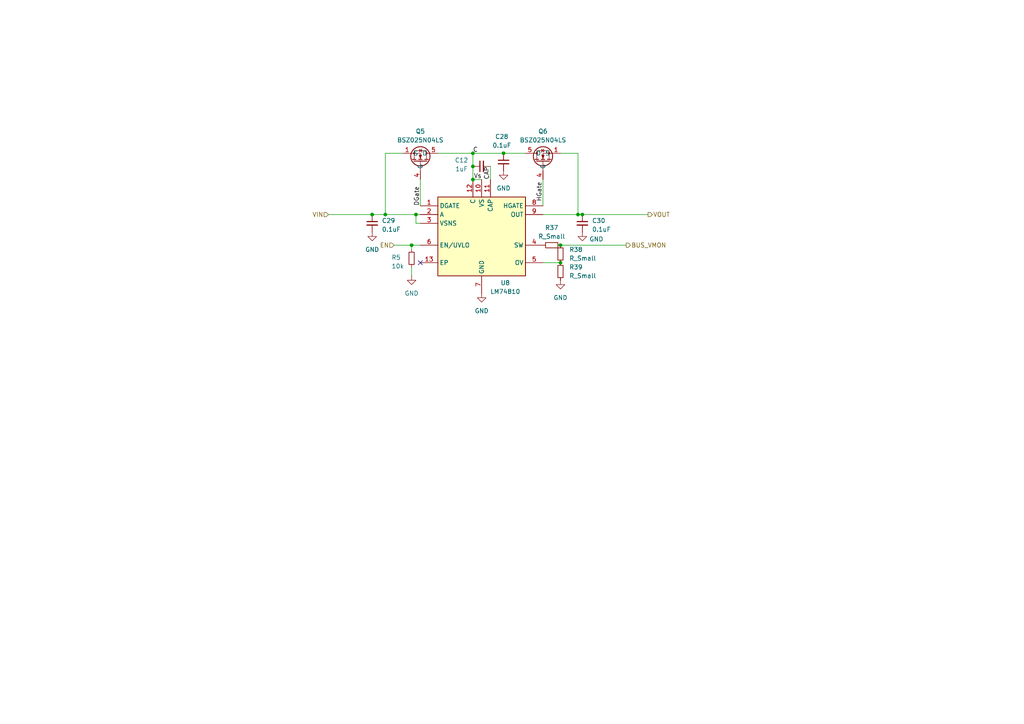
<source format=kicad_sch>
(kicad_sch (version 20231120) (generator "eeschema") (generator_version "8.0")
  (paper "A4")
  (lib_symbols
    (symbol "Device:C_Small" (pin_numbers hide) (pin_names (offset 0.254) hide)
      (property "Reference" "C" (at 0.254 1.778 0))
      (property "Value" "C_Small" (at 0.254 -2.032 0))
      (symbol "C_Small_0_1"
        (polyline (pts (xy -1.524 -0.508) (xy 1.524 -0.508)) (stroke (width 0.3302)))
        (polyline (pts (xy -1.524 0.508) (xy 1.524 0.508)) (stroke (width 0.3048)))
      )
      (symbol "C_Small_1_1"
        (pin passive line (at 0 2.54 270) (length 2.032) (name "~") (number "1"))
        (pin passive line (at 0 -2.54 90) (length 2.032) (name "~") (number "2"))
      )
    )
    (symbol "Device:R_Small" (pin_numbers hide) (pin_names (offset 0.254) hide)
      (property "Reference" "R" (at 0.762 0.508 0))
      (property "Value" "R_Small" (at 0.762 -1.016 0))
      (symbol "R_Small_0_1"
        (rectangle (start -0.762 1.778) (end 0.762 -1.778) (stroke (width 0.2032)))
      )
      (symbol "R_Small_1_1"
        (pin passive line (at 0 2.54 270) (length 0.762) (name "~") (number "1"))
        (pin passive line (at 0 -2.54 90) (length 0.762) (name "~") (number "2"))
      )
    )
    (symbol "iclr:BSZ025N04LS"
      (property "Reference" "Q" (at -0.762 15.748 0))
      (property "Value" "BSZ025N04LS" (at -6.604 13.208 0))
      (symbol "BSZ025N04LS_0_1"
        (polyline (pts (xy -1.016 0) (xy -3.81 0)))
        (polyline (pts (xy -1.016 1.905) (xy -1.016 -1.905)) (stroke (width 0.254)))
        (polyline (pts (xy -0.508 -1.27) (xy -0.508 -2.286)) (stroke (width 0.254)))
        (polyline (pts (xy -0.508 0.508) (xy -0.508 -0.508)) (stroke (width 0.254)))
        (polyline (pts (xy -0.508 2.286) (xy -0.508 1.27)) (stroke (width 0.254)))
        (polyline (pts (xy 1.27 2.54) (xy 1.27 1.778)))
        (polyline (pts (xy 1.27 -2.54) (xy 1.27 0) (xy -0.508 0)))
        (polyline (pts (xy -0.508 -1.778) (xy 2.032 -1.778) (xy 2.032 1.778) (xy -0.508 1.778)))
        (polyline (pts (xy -0.254 0) (xy 0.762 0.381) (xy 0.762 -0.381) (xy -0.254 0)) (fill (type outline)))
        (polyline (pts (xy 1.524 0.508) (xy 1.651 0.381) (xy 2.413 0.381) (xy 2.54 0.254)))
        (polyline (pts (xy 2.032 0.381) (xy 1.651 -0.254) (xy 2.413 -0.254) (xy 2.032 0.381)))
        (circle (center 0.381 0) (radius 2.794) (stroke (width 0.254)))
        (circle (center 1.27 -1.778) (radius 0.254) (fill (type outline)))
        (circle (center 1.27 1.778) (radius 0.254) (fill (type outline)))
      )
      (symbol "BSZ025N04LS_1_1"
        (pin passive line (at 1.27 -5.08 90) (length 2.54) (name "S") (number "1"))
        (pin passive line (at 1.27 -5.08 90) (length 2.54) hide (name "S") (number "2"))
        (pin passive line (at 1.27 -5.08 90) (length 2.54) hide (name "S") (number "3"))
        (pin input line (at -6.35 0 0) (length 2.54) (name "G") (number "4"))
        (pin passive line (at 1.27 5.08 270) (length 2.54) (name "D") (number "5"))
        (pin passive line (at 1.27 5.08 270) (length 2.54) hide (name "D") (number "6"))
        (pin passive line (at 1.27 5.08 270) (length 2.54) hide (name "D") (number "7"))
        (pin passive line (at 1.27 5.08 270) (length 2.54) hide (name "D") (number "8"))
        (pin passive line (at 1.27 -5.08 90) (length 2.54) hide (name "S") (number "A1"))
        (pin passive line (at 1.27 5.08 270) (length 2.54) hide (name "D") (number "A5"))
      )
    )
    (symbol "iclr:LM74810QDRRRQ1"
      (property "Reference" "U" (at 18.796 -21.082 0))
      (property "Value" "LM74810" (at 18.796 -23.622 0))
      (symbol "LM74810QDRRRQ1_1_1"
        (rectangle (start 5.08 2.54) (end 30.48 -20.32) (stroke (width 0.254)) (fill (type background)))
        (pin passive line (at 0 0 0) (length 5.08) (name "DGATE") (number "1"))
        (pin passive line (at 17.78 7.62 270) (length 5.08) (name "VS") (number "10"))
        (pin passive line (at 20.32 7.62 270) (length 5.08) (name "CAP") (number "11"))
        (pin passive line (at 15.24 7.62 270) (length 5.08) (name "C") (number "12"))
        (pin passive line (at 0 -16.51 0) (length 5.08) (name "EP") (number "13"))
        (pin passive line (at 0 -2.54 0) (length 5.08) (name "A") (number "2"))
        (pin passive line (at 0 -5.08 0) (length 5.08) (name "VSNS") (number "3"))
        (pin passive line (at 35.56 -11.43 180) (length 5.08) (name "SW") (number "4"))
        (pin passive line (at 35.56 -16.51 180) (length 5.08) (name "OV") (number "5"))
        (pin passive line (at 0 -11.43 0) (length 5.08) (name "EN/UVLO") (number "6"))
        (pin passive line (at 17.78 -25.4 90) (length 5.08) (name "GND") (number "7"))
        (pin passive line (at 35.56 0 180) (length 5.08) (name "HGATE") (number "8"))
        (pin passive line (at 35.56 -2.54 180) (length 5.08) (name "OUT") (number "9"))
      )
    )
    (symbol "power:GND" (power) (pin_numbers hide) (pin_names (offset 0) hide)
      (property "Value" "GND" (at 0 -3.81 0))
      (symbol "GND_0_1"
        (polyline (pts (xy 0 0) (xy 0 -1.27) (xy 1.27 -1.27) (xy 0 -2.54) (xy -1.27 -1.27) (xy 0 -1.27)))
      )
      (symbol "GND_1_1"
        (pin power_in line (at 0 0 270) (length 0) (name "~") (number "1"))
      )
    )
  )
  (junction (at 119.38 71.12))
  (junction (at 137.16 52.07))
  (junction (at 107.95 62.23))
  (junction (at 146.05 44.45))
  (junction (at 137.16 44.45))
  (junction (at 162.56 71.12))
  (junction (at 162.56 76.2))
  (junction (at 137.16 48.26))
  (junction (at 120.65 62.23))
  (junction (at 168.91 62.23))
  (junction (at 111.76 62.23))
  (junction (at 167.64 62.23))
  (no_connect (at 121.92 76.2))
  (wire (pts (xy 137.16 44.45) (xy 137.16 48.26)))
  (wire (pts (xy 127 44.45) (xy 137.16 44.45)))
  (wire (pts (xy 157.48 76.2) (xy 162.56 76.2)))
  (wire (pts (xy 146.05 44.45) (xy 152.4 44.45)))
  (wire (pts (xy 137.16 44.45) (xy 146.05 44.45)))
  (wire (pts (xy 119.38 71.12) (xy 114.3 71.12)))
  (wire (pts (xy 168.91 62.23) (xy 167.64 62.23)))
  (wire (pts (xy 111.76 44.45) (xy 111.76 62.23)))
  (wire (pts (xy 142.24 48.26) (xy 142.24 52.07)))
  (wire (pts (xy 111.76 62.23) (xy 120.65 62.23)))
  (wire (pts (xy 157.48 52.07) (xy 157.48 59.69)))
  (wire (pts (xy 137.16 52.07) (xy 139.7 52.07)))
  (wire (pts (xy 121.92 64.77) (xy 120.65 64.77)))
  (wire (pts (xy 167.64 44.45) (xy 162.56 44.45)))
  (wire (pts (xy 120.65 62.23) (xy 120.65 64.77)))
  (wire (pts (xy 120.65 62.23) (xy 121.92 62.23)))
  (wire (pts (xy 119.38 71.12) (xy 121.92 71.12)))
  (wire (pts (xy 119.38 72.39) (xy 119.38 71.12)))
  (wire (pts (xy 157.48 62.23) (xy 167.64 62.23)))
  (wire (pts (xy 119.38 80.01) (xy 119.38 77.47)))
  (wire (pts (xy 187.96 62.23) (xy 168.91 62.23)))
  (wire (pts (xy 107.95 62.23) (xy 111.76 62.23)))
  (wire (pts (xy 181.61 71.12) (xy 162.56 71.12)))
  (wire (pts (xy 95.25 62.23) (xy 107.95 62.23)))
  (wire (pts (xy 121.92 52.07) (xy 121.92 59.69)))
  (wire (pts (xy 167.64 44.45) (xy 167.64 62.23)))
  (wire (pts (xy 137.16 48.26) (xy 137.16 52.07)))
  (wire (pts (xy 116.84 44.45) (xy 111.76 44.45)))
  (label "HGate" (at 157.48 58.42 90))
  (label "Vs" (at 139.7 52.07 180))
  (label "C" (at 137.16 44.45 0))
  (label "CAP" (at 142.24 48.26 270))
  (label "DGate" (at 121.92 59.69 90))
  (hierarchical_label "VIN" (shape input) (at 95.25 62.23 180))
  (hierarchical_label "VOUT" (shape output) (at 187.96 62.23 0))
  (hierarchical_label "EN" (shape input) (at 114.3 71.12 180))
  (hierarchical_label "BUS_VMON" (shape output) (at 181.61 71.12 0))
  (symbol (lib_id "Device:C_Small") (at 107.95 64.77 0) (unit 1)
    (property "Reference" "C29" (at 110.744 64.008 0) (effects (justify left)))
    (property "Value" "0.1uF" (at 110.744 66.548 0) (effects (justify left)))
    (property "Footprint" "Capacitor_SMD:C_0402_1005Metric" (effects (hide yes)))
    (property "Description" "Unpolarized capacitor, small symbol" (effects (hide yes)))
  )
  (symbol (lib_id "power:GND") (at 162.56 81.28 0) (unit 1)
    (property "Reference" "#PWR072" (effects (hide yes)))
    (property "Value" "GND" (at 162.56 86.36 0))
    (property "Description" "Power symbol creates a global label with name \"GND\" , ground" (effects (hide yes)))
  )
  (symbol (lib_id "power:GND") (at 107.95 67.31 0) (unit 1)
    (property "Reference" "#PWR070" (effects (hide yes)))
    (property "Value" "GND" (at 107.95 72.39 0))
    (property "Description" "Power symbol creates a global label with name \"GND\" , ground" (effects (hide yes)))
  )
  (symbol (lib_id "Device:C_Small") (at 139.7 48.26 90) (unit 1)
    (property "Reference" "C12" (at 133.858 46.482 90))
    (property "Value" "1uF" (at 133.858 49.022 90))
    (property "Footprint" "Capacitor_SMD:C_0402_1005Metric" (effects (hide yes)))
    (property "Description" "Unpolarized capacitor, small symbol" (effects (hide yes)))
    (property "Voltage Rating DC" "50V" (effects (hide yes)))
    (property "MPN" "GRT188R61H225KE13D" (effects (hide yes)))
  )
  (symbol (lib_id "Device:C_Small") (at 146.05 46.99 0) (unit 1)
    (property "Reference" "C28" (at 145.542 39.624 0))
    (property "Value" "0.1uF" (at 145.542 42.164 0))
    (property "Footprint" "Capacitor_SMD:C_0603_1608Metric" (effects (hide yes)))
    (property "Description" "Unpolarized capacitor, small symbol" (effects (hide yes)))
  )
  (symbol (lib_id "iclr:BSZ025N04LS") (at 157.48 45.72 90) (unit 1)
    (property "Reference" "Q6" (at 157.48 38.1 90))
    (property "Value" "BSZ025N04LS" (at 157.48 40.64 90))
    (property "Footprint" "iclr:BSZ025N04LS" (effects (hide yes)))
    (property "Datasheet" "http://www.infineon.com/dgdl/DS_BSZ025N04LS_2_1.pdf?fileId=5546d46146d18cb40147204a34530283" (effects (hide yes)))
    (property "Description" "MOSFET MV POWER MOS MOSFET OptiMOS Power-MOSFET,40V" (effects (hide yes)))
    (property "Height" "1.1" (effects (hide yes)))
    (property "Manufacturer_Name" "Infineon" (effects (hide yes)))
    (property "Manufacturer_Part_Number" "BSZ025N04LS" (effects (hide yes)))
    (property "Mouser Part Number" "726-BSZ025N04LS" (effects (hide yes)))
    (property "Mouser Price/Stock" "https://www.mouser.co.uk/ProductDetail/Infineon-Technologies/BSZ025N04LS?qs=glduVv6OWv6ppMJu86R39g%3D%3D" (effects (hide yes)))
  )
  (symbol (lib_id "Device:R_Small") (at 160.02 71.12 90) (unit 1)
    (property "Reference" "R37" (at 160.02 66.04 90))
    (property "Value" "R_Small" (at 160.02 68.58 90))
    (property "Footprint" "Resistor_SMD:R_0402_1005Metric" (effects (hide yes)))
    (property "Description" "Resistor, small symbol" (effects (hide yes)))
  )
  (symbol (lib_id "Device:C_Small") (at 168.91 64.77 0) (unit 1)
    (property "Reference" "C30" (at 171.704 64.008 0) (effects (justify left)))
    (property "Value" "0.1uF" (at 171.704 66.548 0) (effects (justify left)))
    (property "Footprint" "Capacitor_SMD:C_0402_1005Metric" (effects (hide yes)))
    (property "Description" "Unpolarized capacitor, small symbol" (effects (hide yes)))
  )
  (symbol (lib_id "Device:R_Small") (at 162.56 73.66 180) (unit 1)
    (property "Reference" "R38" (at 165.1 72.3899 0) (effects (justify right)))
    (property "Value" "R_Small" (at 165.1 74.9299 0) (effects (justify right)))
    (property "Footprint" "Resistor_SMD:R_0402_1005Metric" (effects (hide yes)))
    (property "Description" "Resistor, small symbol" (effects (hide yes)))
  )
  (symbol (lib_id "power:GND") (at 146.05 49.53 0) (unit 1)
    (property "Reference" "#PWR069" (effects (hide yes)))
    (property "Value" "GND" (at 146.05 54.61 0))
    (property "Description" "Power symbol creates a global label with name \"GND\" , ground" (effects (hide yes)))
  )
  (symbol (lib_id "power:GND") (at 119.38 80.01 0) (unit 1)
    (property "Reference" "#PWR015" (effects (hide yes)))
    (property "Value" "GND" (at 119.38 85.09 0))
    (property "Description" "Power symbol creates a global label with name \"GND\" , ground" (effects (hide yes)))
  )
  (symbol (lib_id "iclr:LM74810QDRRRQ1") (at 121.92 59.69 0) (unit 1)
    (property "Reference" "U8" (at 146.558 82.042 0))
    (property "Value" "LM74810" (at 146.558 84.582 0))
    (property "Footprint" "iclr:SON50P300X300X80-13N-D" (effects (hide yes)))
    (property "Datasheet" "https://www.ti.com/lit/ds/symlink/lm7481-q1.pdf?ts=1623392902286&ref_url=https%253A%252F%252Fwww.ti.com%252Fproduct%252FLM7481-Q1%253FkeyMatch%253DLM74810QDRRRQ1%2526tisearch%253Dsearch-everything%2526usecase%253DOPN" (effects (hide yes)))
    (property "Description" "Power Management Specialised - PMIC Automotive ideal diode controller with active rectification driving B2B NFETs" (effects (hide yes)))
    (property "Height" "0.8" (effects (hide yes)))
    (property "Manufacturer_Name" "Texas Instruments" (effects (hide yes)))
    (property "Manufacturer_Part_Number" "LM74810QDRRRQ1" (effects (hide yes)))
    (property "Mouser Part Number" "595-LM74810QDRRRQ1" (effects (hide yes)))
    (property "Mouser Price/Stock" "https://www.mouser.co.uk/ProductDetail/Texas-Instruments/LM74810QDRRRQ1?qs=KUoIvG%2F9IlZgYO4cz5Fhzw%3D%3D" (effects (hide yes)))
    (property "Arrow Part Number" "LM74810QDRRRQ1" (effects (hide yes)))
    (property "Arrow Price/Stock" "null?region=nac" (effects (hide yes)))
  )
  (symbol (lib_id "Device:R_Small") (at 162.56 78.74 180) (unit 1)
    (property "Reference" "R39" (at 165.1 77.4699 0) (effects (justify right)))
    (property "Value" "R_Small" (at 165.1 80.0099 0) (effects (justify right)))
    (property "Footprint" "Resistor_SMD:R_0402_1005Metric" (effects (hide yes)))
    (property "Description" "Resistor, small symbol" (effects (hide yes)))
  )
  (symbol (lib_id "Device:R_Small") (at 119.38 74.93 0) (unit 1)
    (property "Reference" "R5" (at 113.538 74.676 0) (effects (justify left)))
    (property "Value" "10k" (at 113.538 77.216 0) (effects (justify left)))
    (property "Footprint" "Resistor_SMD:R_0402_1005Metric" (effects (hide yes)))
    (property "Description" "Resistor, small symbol" (effects (hide yes)))
  )
  (symbol (lib_id "power:GND") (at 168.91 67.31 0) (unit 1)
    (property "Reference" "#PWR071" (effects (hide yes)))
    (property "Value" "GND" (at 172.974 69.342 0))
    (property "Description" "Power symbol creates a global label with name \"GND\" , ground" (effects (hide yes)))
  )
  (symbol (lib_id "iclr:BSZ025N04LS") (at 121.92 45.72 270) (mirror x) (unit 1)
    (property "Reference" "Q5" (at 121.92 38.1 90))
    (property "Value" "BSZ025N04LS" (at 121.92 40.64 90))
    (property "Footprint" "iclr:BSZ025N04LS" (effects (hide yes)))
    (property "Datasheet" "http://www.infineon.com/dgdl/DS_BSZ025N04LS_2_1.pdf?fileId=5546d46146d18cb40147204a34530283" (effects (hide yes)))
    (property "Description" "MOSFET MV POWER MOS MOSFET OptiMOS Power-MOSFET,40V" (effects (hide yes)))
    (property "Height" "1.1" (effects (hide yes)))
    (property "Manufacturer_Name" "Infineon" (effects (hide yes)))
    (property "Manufacturer_Part_Number" "BSZ025N04LS" (effects (hide yes)))
    (property "Mouser Part Number" "726-BSZ025N04LS" (effects (hide yes)))
    (property "Mouser Price/Stock" "https://www.mouser.co.uk/ProductDetail/Infineon-Technologies/BSZ025N04LS?qs=glduVv6OWv6ppMJu86R39g%3D%3D" (effects (hide yes)))
  )
  (symbol (lib_id "power:GND") (at 139.7 85.09 0) (unit 1)
    (property "Reference" "#PWR09" (effects (hide yes)))
    (property "Value" "GND" (at 139.7 90.17 0))
    (property "Description" "Power symbol creates a global label with name \"GND\" , ground" (effects (hide yes)))
  )
)
</source>
